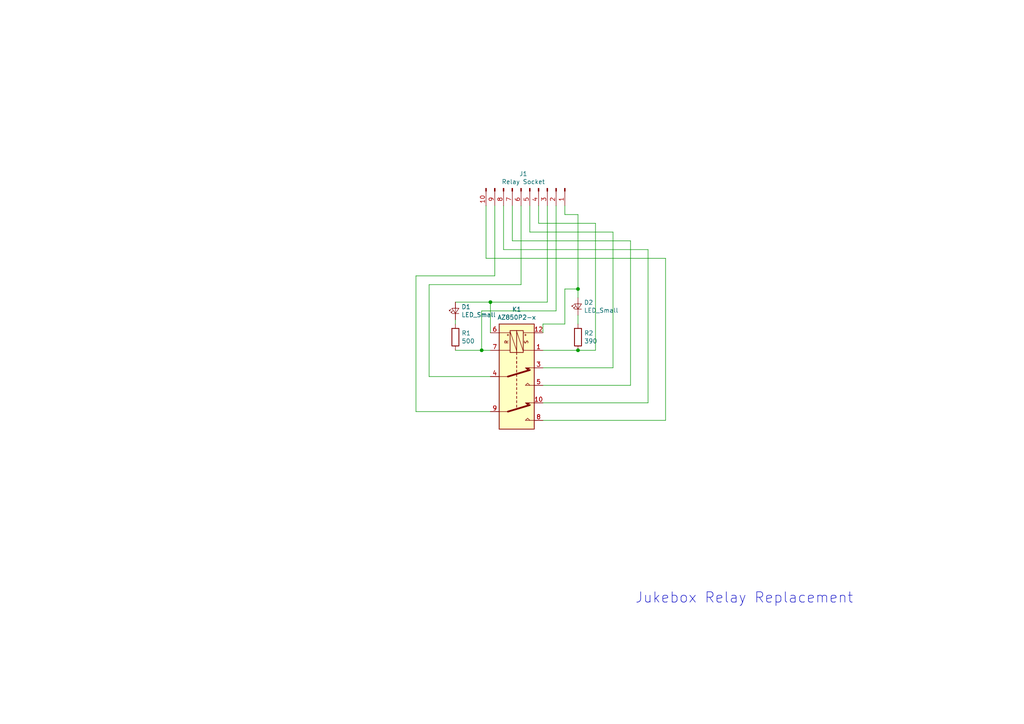
<source format=kicad_sch>
(kicad_sch (version 20231120) (generator "eeschema") (generator_version "8.0")
  (paper "A4")
  (lib_symbols
    (symbol "LatchRelay-rescue:AZ850P2-x-relay" (pin_names (offset 1.016))
      (property "Reference" "K" (at 21.59 3.81 0))
      (property "Value" "relay:AZ850P2-x" (at 21.59 1.27 0))
      (symbol "AZ850P2-x-relay_0_0"
        (text "R" (at -4.953 -2.921 0) (effects (font (size 1.016 1.016))))
        (text "S" (at -4.953 2.794 0) (effects (font (size 1.016 1.016))))
      )
      (symbol "AZ850P2-x-relay_0_1"
        (rectangle (start -10.16 5.08) (end 20.32 -5.08) (stroke (width 0.254)) (fill (type background)))
        (rectangle (start -8.255 1.905) (end -1.905 -1.905) (stroke (width 0.2032)))
        (polyline (pts (xy -8.255 0) (xy -1.27 0)) (stroke (width 0.2032)))
        (polyline (pts (xy -8.001 -1.905) (xy -2.413 0)))
        (polyline (pts (xy -8.001 0) (xy -2.286 1.905)))
        (polyline (pts (xy -7.62 -5.08) (xy -7.62 -1.905)))
        (polyline (pts (xy -7.62 5.08) (xy -7.62 1.905)))
        (polyline (pts (xy -7.239 -2.54) (xy -6.731 -2.54)))
        (polyline (pts (xy -7.239 2.54) (xy -6.731 2.54)))
        (polyline (pts (xy -6.985 -2.286) (xy -6.985 -2.794)))
        (polyline (pts (xy -6.985 2.794) (xy -6.985 2.286)))
        (polyline (pts (xy -2.54 -5.08) (xy -2.54 -1.905)))
        (polyline (pts (xy -2.54 5.08) (xy -2.54 1.905)))
        (polyline (pts (xy -0.635 0) (xy 0 0)) (stroke (width 0.2032)))
        (polyline (pts (xy 0.635 0) (xy 1.27 0)) (stroke (width 0.2032)))
        (polyline (pts (xy 0.635 0) (xy 1.27 0)) (stroke (width 0.2032)))
        (polyline (pts (xy 1.905 0) (xy 2.54 0)) (stroke (width 0.2032)))
        (polyline (pts (xy 2.54 2.54) (xy 2.54 5.08)))
        (polyline (pts (xy 3.175 0) (xy 3.81 0)) (stroke (width 0.2032)))
        (polyline (pts (xy 4.445 0) (xy 5.08 0)) (stroke (width 0.2032)))
        (polyline (pts (xy 5.08 -2.54) (xy 3.175 3.81)) (stroke (width 0.508)))
        (polyline (pts (xy 5.08 -2.54) (xy 5.08 -5.08)))
        (polyline (pts (xy 5.715 0) (xy 6.35 0)) (stroke (width 0.2032)))
        (polyline (pts (xy 6.985 0) (xy 7.62 0)) (stroke (width 0.2032)))
        (polyline (pts (xy 7.62 2.54) (xy 7.62 5.08)))
        (polyline (pts (xy 8.255 0) (xy 8.89 0)) (stroke (width 0.2032)))
        (polyline (pts (xy 9.525 0) (xy 10.16 0)) (stroke (width 0.2032)))
        (polyline (pts (xy 10.795 0) (xy 11.43 0)) (stroke (width 0.2032)))
        (polyline (pts (xy 12.065 0) (xy 12.7 0)) (stroke (width 0.2032)))
        (polyline (pts (xy 12.7 2.54) (xy 12.7 5.08)))
        (polyline (pts (xy 13.335 0) (xy 13.97 0)) (stroke (width 0.2032)))
        (polyline (pts (xy 15.24 -2.54) (xy 13.335 3.81)) (stroke (width 0.508)))
        (polyline (pts (xy 15.24 -2.54) (xy 15.24 -5.08)))
        (polyline (pts (xy 17.78 2.54) (xy 17.78 5.08)))
        (polyline (pts (xy 2.54 2.54) (xy 3.175 3.175) (xy 2.54 3.81)) (fill (type outline)))
        (polyline (pts (xy 7.62 2.54) (xy 6.985 3.175) (xy 7.62 3.81)))
        (polyline (pts (xy 12.7 2.54) (xy 13.335 3.175) (xy 12.7 3.81)) (fill (type outline)))
        (polyline (pts (xy 17.78 2.54) (xy 17.145 3.175) (xy 17.78 3.81)))
      )
      (symbol "AZ850P2-x-relay_1_1"
        (pin passive line (at -2.54 7.62 270) (length 2.54) (name "~") (number "1"))
        (pin passive line (at 12.7 7.62 270) (length 2.54) (name "~") (number "10"))
        (pin passive line (at -7.62 7.62 270) (length 2.54) (name "~") (number "12"))
        (pin passive line (at 2.54 7.62 270) (length 2.54) (name "~") (number "3"))
        (pin passive line (at 5.08 -7.62 90) (length 2.54) (name "~") (number "4"))
        (pin passive line (at 7.62 7.62 270) (length 2.54) (name "~") (number "5"))
        (pin passive line (at -7.62 -7.62 90) (length 2.54) (name "~") (number "6"))
        (pin passive line (at -2.54 -7.62 90) (length 2.54) (name "~") (number "7"))
        (pin passive line (at 17.78 7.62 270) (length 2.54) (name "~") (number "8"))
        (pin passive line (at 15.24 -7.62 90) (length 2.54) (name "~") (number "9"))
      )
    )
    (symbol "LatchRelay-rescue:Conn_01x10_Male-conn" (pin_names (offset 1.016) hide)
      (property "Reference" "J" (at 0 12.7 0))
      (property "Value" "conn:Conn_01x10_Male" (at 0 -15.24 0))
      (symbol "Conn_01x10_Male-conn_1_1"
        (polyline (pts (xy 1.27 -12.7) (xy 0.8636 -12.7)) (stroke (width 0.1524)))
        (polyline (pts (xy 1.27 -10.16) (xy 0.8636 -10.16)) (stroke (width 0.1524)))
        (polyline (pts (xy 1.27 -7.62) (xy 0.8636 -7.62)) (stroke (width 0.1524)))
        (polyline (pts (xy 1.27 -5.08) (xy 0.8636 -5.08)) (stroke (width 0.1524)))
        (polyline (pts (xy 1.27 -2.54) (xy 0.8636 -2.54)) (stroke (width 0.1524)))
        (polyline (pts (xy 1.27 0) (xy 0.8636 0)) (stroke (width 0.1524)))
        (polyline (pts (xy 1.27 2.54) (xy 0.8636 2.54)) (stroke (width 0.1524)))
        (polyline (pts (xy 1.27 5.08) (xy 0.8636 5.08)) (stroke (width 0.1524)))
        (polyline (pts (xy 1.27 7.62) (xy 0.8636 7.62)) (stroke (width 0.1524)))
        (polyline (pts (xy 1.27 10.16) (xy 0.8636 10.16)) (stroke (width 0.1524)))
        (rectangle (start 0.8636 -12.573) (end 0 -12.827) (stroke (width 0.1524)) (fill (type outline)))
        (rectangle (start 0.8636 -10.033) (end 0 -10.287) (stroke (width 0.1524)) (fill (type outline)))
        (rectangle (start 0.8636 -7.493) (end 0 -7.747) (stroke (width 0.1524)) (fill (type outline)))
        (rectangle (start 0.8636 -4.953) (end 0 -5.207) (stroke (width 0.1524)) (fill (type outline)))
        (rectangle (start 0.8636 -2.413) (end 0 -2.667) (stroke (width 0.1524)) (fill (type outline)))
        (rectangle (start 0.8636 0.127) (end 0 -0.127) (stroke (width 0.1524)) (fill (type outline)))
        (rectangle (start 0.8636 2.667) (end 0 2.413) (stroke (width 0.1524)) (fill (type outline)))
        (rectangle (start 0.8636 5.207) (end 0 4.953) (stroke (width 0.1524)) (fill (type outline)))
        (rectangle (start 0.8636 7.747) (end 0 7.493) (stroke (width 0.1524)) (fill (type outline)))
        (rectangle (start 0.8636 10.287) (end 0 10.033) (stroke (width 0.1524)) (fill (type outline)))
        (pin passive line (at 5.08 10.16 180) (length 3.81) (name "Pin_1") (number "1"))
        (pin passive line (at 5.08 -12.7 180) (length 3.81) (name "Pin_10") (number "10"))
        (pin passive line (at 5.08 7.62 180) (length 3.81) (name "Pin_2") (number "2"))
        (pin passive line (at 5.08 5.08 180) (length 3.81) (name "Pin_3") (number "3"))
        (pin passive line (at 5.08 2.54 180) (length 3.81) (name "Pin_4") (number "4"))
        (pin passive line (at 5.08 0 180) (length 3.81) (name "Pin_5") (number "5"))
        (pin passive line (at 5.08 -2.54 180) (length 3.81) (name "Pin_6") (number "6"))
        (pin passive line (at 5.08 -5.08 180) (length 3.81) (name "Pin_7") (number "7"))
        (pin passive line (at 5.08 -7.62 180) (length 3.81) (name "Pin_8") (number "8"))
        (pin passive line (at 5.08 -10.16 180) (length 3.81) (name "Pin_9") (number "9"))
      )
    )
    (symbol "LatchRelay-rescue:LED_Small-device" (pin_numbers hide) (pin_names (offset 0.254) hide)
      (property "Reference" "D" (at -1.27 3.175 0))
      (property "Value" "device:LED_Small" (at -4.445 -2.54 0))
      (symbol "LED_Small-device_0_1"
        (polyline (pts (xy -0.762 -1.016) (xy -0.762 1.016)))
        (polyline (pts (xy 1.016 0) (xy -0.762 0)))
        (polyline (pts (xy 0.762 -1.016) (xy -0.762 0) (xy 0.762 1.016) (xy 0.762 -1.016)))
        (polyline (pts (xy 0 0.762) (xy -0.508 1.27) (xy -0.254 1.27) (xy -0.508 1.27) (xy -0.508 1.016)))
        (polyline (pts (xy 0.508 1.27) (xy 0 1.778) (xy 0.254 1.778) (xy 0 1.778) (xy 0 1.524)))
      )
      (symbol "LED_Small-device_1_1"
        (pin passive line (at -2.54 0 0) (length 1.778) (name "K") (number "1"))
        (pin passive line (at 2.54 0 180) (length 1.778) (name "A") (number "2"))
      )
    )
    (symbol "LatchRelay-rescue:R-device" (pin_numbers hide) (pin_names (offset 0))
      (property "Reference" "R" (at 2.032 0 90))
      (property "Value" "device:R" (at 0 0 90))
      (symbol "R-device_0_1"
        (rectangle (start -1.016 -2.54) (end 1.016 2.54) (stroke (width 0.254)))
      )
      (symbol "R-device_1_1"
        (pin passive line (at 0 3.81 270) (length 1.27) (name "~") (number "1"))
        (pin passive line (at 0 -3.81 90) (length 1.27) (name "~") (number "2"))
      )
    )
  )
  (junction (at 139.7 101.6))
  (junction (at 167.64 83.82))
  (junction (at 142.24 87.63))
  (junction (at 167.64 101.6))
  (wire (pts (xy 177.8 67.31) (xy 153.67 67.31)))
  (wire (pts (xy 167.64 101.6) (xy 172.72 101.6)))
  (wire (pts (xy 157.48 121.92) (xy 193.04 121.92)))
  (wire (pts (xy 187.96 72.39) (xy 146.05 72.39)))
  (wire (pts (xy 153.67 67.31) (xy 153.67 59.69)))
  (wire (pts (xy 151.13 82.55) (xy 151.13 59.69)))
  (wire (pts (xy 157.48 111.76) (xy 182.88 111.76)))
  (wire (pts (xy 193.04 121.92) (xy 193.04 74.93)))
  (wire (pts (xy 167.64 86.36) (xy 167.64 83.82)))
  (wire (pts (xy 148.59 69.85) (xy 148.59 59.69)))
  (wire (pts (xy 142.24 119.38) (xy 120.65 119.38)))
  (wire (pts (xy 167.64 62.23) (xy 163.83 62.23)))
  (wire (pts (xy 143.51 80.01) (xy 143.51 59.69)))
  (wire (pts (xy 167.64 93.98) (xy 167.64 91.44)))
  (wire (pts (xy 120.65 119.38) (xy 120.65 80.01)))
  (wire (pts (xy 140.97 74.93) (xy 140.97 59.69)))
  (wire (pts (xy 142.24 109.22) (xy 124.46 109.22)))
  (wire (pts (xy 132.08 93.98) (xy 132.08 92.71)))
  (wire (pts (xy 163.83 62.23) (xy 163.83 59.69)))
  (wire (pts (xy 142.24 87.63) (xy 142.24 96.52)))
  (wire (pts (xy 139.7 101.6) (xy 139.7 90.17)))
  (wire (pts (xy 177.8 106.68) (xy 177.8 67.31)))
  (wire (pts (xy 161.29 59.69) (xy 161.29 90.17)))
  (wire (pts (xy 187.96 116.84) (xy 187.96 72.39)))
  (wire (pts (xy 157.48 101.6) (xy 167.64 101.6)))
  (wire (pts (xy 142.24 87.63) (xy 158.75 87.63)))
  (wire (pts (xy 120.65 80.01) (xy 143.51 80.01)))
  (wire (pts (xy 124.46 109.22) (xy 124.46 82.55)))
  (wire (pts (xy 124.46 82.55) (xy 151.13 82.55)))
  (wire (pts (xy 139.7 101.6) (xy 142.24 101.6)))
  (wire (pts (xy 182.88 111.76) (xy 182.88 69.85)))
  (wire (pts (xy 157.48 93.98) (xy 163.83 93.98)))
  (wire (pts (xy 172.72 64.77) (xy 156.21 64.77)))
  (wire (pts (xy 139.7 90.17) (xy 161.29 90.17)))
  (wire (pts (xy 172.72 101.6) (xy 172.72 64.77)))
  (wire (pts (xy 157.48 96.52) (xy 157.48 93.98)))
  (wire (pts (xy 157.48 106.68) (xy 177.8 106.68)))
  (wire (pts (xy 163.83 93.98) (xy 163.83 83.82)))
  (wire (pts (xy 146.05 72.39) (xy 146.05 59.69)))
  (wire (pts (xy 157.48 116.84) (xy 187.96 116.84)))
  (wire (pts (xy 132.08 101.6) (xy 139.7 101.6)))
  (wire (pts (xy 193.04 74.93) (xy 140.97 74.93)))
  (wire (pts (xy 158.75 59.69) (xy 158.75 87.63)))
  (wire (pts (xy 156.21 64.77) (xy 156.21 59.69)))
  (wire (pts (xy 182.88 69.85) (xy 148.59 69.85)))
  (wire (pts (xy 163.83 83.82) (xy 167.64 83.82)))
  (wire (pts (xy 167.64 83.82) (xy 167.64 62.23)))
  (wire (pts (xy 132.08 87.63) (xy 142.24 87.63)))
  (text "Jukebox Relay Replacement" (at 184.15 175.26 0) (effects (font (size 2.9972 2.9972)) (justify left bottom)))
  (symbol (lib_id "LatchRelay-rescue:Conn_01x10_Male-conn") (at 153.67 54.61 270) (unit 1)
    (property "Reference" "J1" (at 151.7904 50.419 90))
    (property "Value" "Relay Socket" (at 151.7904 52.7304 90))
    (property "Footprint" "Library:Terminal_Block_Relay" (effects (hide yes)))
    (property "Datasheet" "https://www.digikey.ca/product-detail/en/on-shore-technology-inc/302-S101/ED1543-ND/2178422" (effects (hide yes)))
    (property "manf#" "302-S101" (effects (hide yes)))
  )
  (symbol (lib_id "LatchRelay-rescue:R-device") (at 132.08 97.79 0) (unit 1)
    (property "Reference" "R1" (at 133.858 96.6216 0) (effects (justify left)))
    (property "Value" "500" (at 133.858 98.933 0) (effects (justify left)))
    (property "Footprint" "Library:42J500E" (effects (hide yes)))
    (property "manf#" "42J500E" (effects (hide yes)))
  )
  (symbol (lib_id "LatchRelay-rescue:R-device") (at 167.64 97.79 0) (unit 1)
    (property "Reference" "R2" (at 169.418 96.6216 0) (effects (justify left)))
    (property "Value" "390" (at 169.418 98.933 0) (effects (justify left)))
    (property "Footprint" "Library:FMP200JR-52-390R" (effects (hide yes)))
    (property "manf#" "FMP200JR-52-390R" (effects (hide yes)))
  )
  (symbol (lib_id "LatchRelay-rescue:LED_Small-device") (at 167.64 88.9 90) (unit 1)
    (property "Reference" "D2" (at 169.3672 87.7316 90) (effects (justify right)))
    (property "Value" "LED_Small" (at 169.3672 90.043 90) (effects (justify right)))
    (property "Footprint" "LEDs:LED_D4.0mm" (effects (hide yes)))
    (property "manf#" "C4SMF-RJF-CT0W0BB1" (effects (hide yes)))
  )
  (symbol (lib_id "LatchRelay-rescue:LED_Small-device") (at 132.08 90.17 90) (unit 1)
    (property "Reference" "D1" (at 133.8072 89.0016 90) (effects (justify right)))
    (property "Value" "LED_Small" (at 133.8072 91.313 90) (effects (justify right)))
    (property "Footprint" "LEDs:LED_D4.0mm" (effects (hide yes)))
    (property "manf#" "C4SMF-RJF-CT0W0BB1" (effects (hide yes)))
  )
  (symbol (lib_id "LatchRelay-rescue:AZ850P2-x-relay") (at 149.86 104.14 270) (unit 1)
    (property "Reference" "K1" (at 149.86 89.7382 90))
    (property "Value" "AZ850P2-x" (at 149.86 92.0496 90))
    (property "Footprint" "Library:Relay" (effects (hide yes)))
  )
)
</source>
